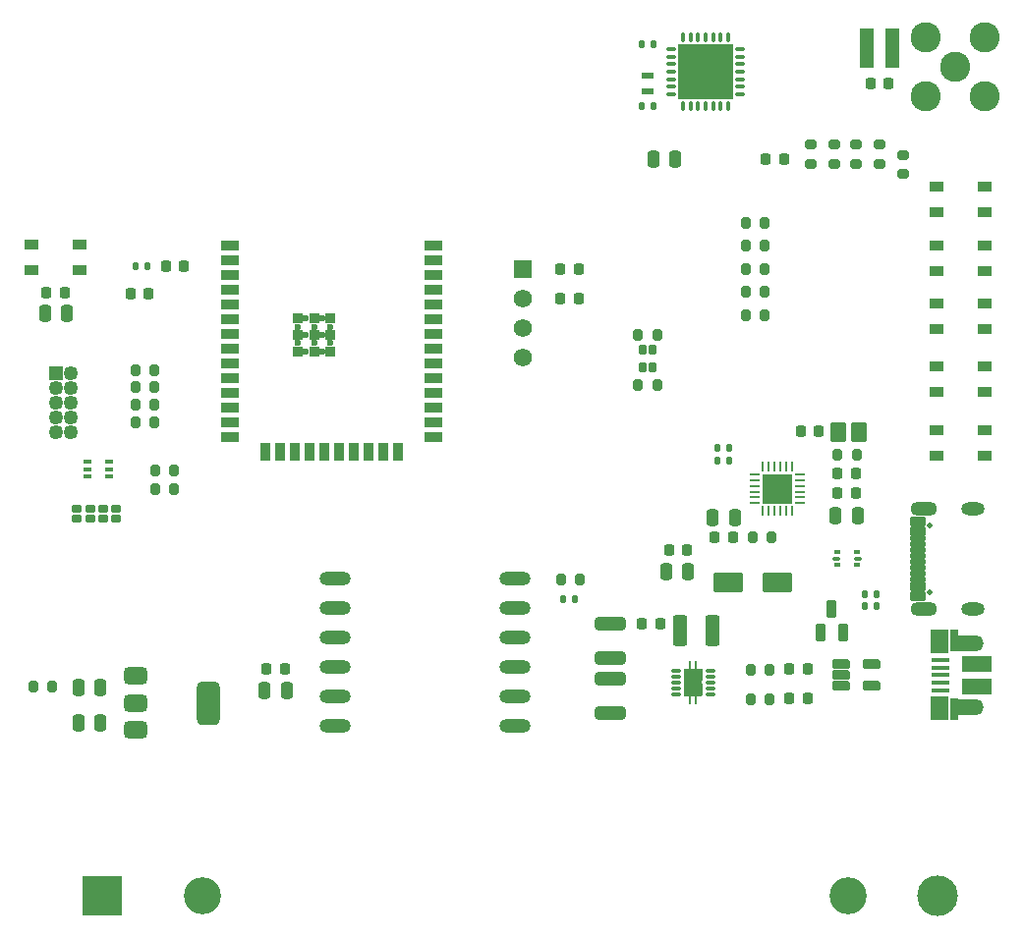
<source format=gbr>
%TF.GenerationSoftware,KiCad,Pcbnew,9.0.0*%
%TF.CreationDate,2025-05-14T10:48:30+09:00*%
%TF.ProjectId,mistance_PCB_host,6d697374-616e-4636-955f-5043425f686f,rev?*%
%TF.SameCoordinates,Original*%
%TF.FileFunction,Soldermask,Top*%
%TF.FilePolarity,Negative*%
%FSLAX46Y46*%
G04 Gerber Fmt 4.6, Leading zero omitted, Abs format (unit mm)*
G04 Created by KiCad (PCBNEW 9.0.0) date 2025-05-14 10:48:30*
%MOMM*%
%LPD*%
G01*
G04 APERTURE LIST*
G04 Aperture macros list*
%AMRoundRect*
0 Rectangle with rounded corners*
0 $1 Rounding radius*
0 $2 $3 $4 $5 $6 $7 $8 $9 X,Y pos of 4 corners*
0 Add a 4 corners polygon primitive as box body*
4,1,4,$2,$3,$4,$5,$6,$7,$8,$9,$2,$3,0*
0 Add four circle primitives for the rounded corners*
1,1,$1+$1,$2,$3*
1,1,$1+$1,$4,$5*
1,1,$1+$1,$6,$7*
1,1,$1+$1,$8,$9*
0 Add four rect primitives between the rounded corners*
20,1,$1+$1,$2,$3,$4,$5,0*
20,1,$1+$1,$4,$5,$6,$7,0*
20,1,$1+$1,$6,$7,$8,$9,0*
20,1,$1+$1,$8,$9,$2,$3,0*%
G04 Aperture macros list end*
%ADD10RoundRect,0.225000X-0.225000X-0.250000X0.225000X-0.250000X0.225000X0.250000X-0.225000X0.250000X0*%
%ADD11RoundRect,0.200000X0.275000X-0.200000X0.275000X0.200000X-0.275000X0.200000X-0.275000X-0.200000X0*%
%ADD12RoundRect,0.200000X0.200000X0.275000X-0.200000X0.275000X-0.200000X-0.275000X0.200000X-0.275000X0*%
%ADD13C,0.500000*%
%ADD14RoundRect,0.090000X0.570000X-0.300000X0.570000X0.300000X-0.570000X0.300000X-0.570000X-0.300000X0*%
%ADD15RoundRect,0.090000X0.570000X-0.150000X0.570000X0.150000X-0.570000X0.150000X-0.570000X-0.150000X0*%
%ADD16O,2.304000X1.254000*%
%ADD17O,2.004000X1.104000*%
%ADD18RoundRect,0.102000X-0.300000X0.245000X-0.300000X-0.245000X0.300000X-0.245000X0.300000X0.245000X0*%
%ADD19RoundRect,0.225000X0.225000X0.250000X-0.225000X0.250000X-0.225000X-0.250000X0.225000X-0.250000X0*%
%ADD20RoundRect,0.102000X-0.525000X-0.325000X0.525000X-0.325000X0.525000X0.325000X-0.525000X0.325000X0*%
%ADD21R,1.100000X0.600000*%
%ADD22RoundRect,0.135000X-0.135000X-0.185000X0.135000X-0.185000X0.135000X0.185000X-0.135000X0.185000X0*%
%ADD23RoundRect,0.250000X0.375000X1.075000X-0.375000X1.075000X-0.375000X-1.075000X0.375000X-1.075000X0*%
%ADD24RoundRect,0.102000X-0.500000X1.600000X-0.500000X-1.600000X0.500000X-1.600000X0.500000X1.600000X0*%
%ADD25C,2.604000*%
%ADD26RoundRect,0.250000X-1.075000X0.312500X-1.075000X-0.312500X1.075000X-0.312500X1.075000X0.312500X0*%
%ADD27RoundRect,0.100000X-0.225000X-0.100000X0.225000X-0.100000X0.225000X0.100000X-0.225000X0.100000X0*%
%ADD28RoundRect,0.102000X-0.245000X-0.300000X0.245000X-0.300000X0.245000X0.300000X-0.245000X0.300000X0*%
%ADD29RoundRect,0.102000X-0.525000X0.525000X-0.525000X-0.525000X0.525000X-0.525000X0.525000X0.525000X0*%
%ADD30C,1.254000*%
%ADD31RoundRect,0.100500X0.301500X-0.651500X0.301500X0.651500X-0.301500X0.651500X-0.301500X-0.651500X0*%
%ADD32RoundRect,0.200000X-0.200000X-0.275000X0.200000X-0.275000X0.200000X0.275000X-0.200000X0.275000X0*%
%ADD33RoundRect,0.250000X0.250000X0.475000X-0.250000X0.475000X-0.250000X-0.475000X0.250000X-0.475000X0*%
%ADD34RoundRect,0.140000X0.140000X0.170000X-0.140000X0.170000X-0.140000X-0.170000X0.140000X-0.170000X0*%
%ADD35RoundRect,0.102000X0.570000X0.735000X-0.570000X0.735000X-0.570000X-0.735000X0.570000X-0.735000X0*%
%ADD36R,0.280000X0.280000*%
%ADD37O,0.850000X0.280000*%
%ADD38C,0.600000*%
%ADD39R,0.680000X1.050000*%
%ADD40R,0.260000X0.500000*%
%ADD41R,0.280000X0.700000*%
%ADD42R,1.650000X2.400000*%
%ADD43C,3.200000*%
%ADD44R,3.500000X3.500000*%
%ADD45C,3.500000*%
%ADD46RoundRect,0.250000X-0.250000X-0.475000X0.250000X-0.475000X0.250000X0.475000X-0.250000X0.475000X0*%
%ADD47O,2.704000X1.204000*%
%ADD48R,1.650000X0.400000*%
%ADD49R,0.700000X1.825000*%
%ADD50R,1.500000X2.000000*%
%ADD51R,2.000000X1.350000*%
%ADD52O,1.700000X1.350000*%
%ADD53O,1.500000X1.100000*%
%ADD54R,2.500000X1.430000*%
%ADD55RoundRect,0.375000X-0.625000X-0.375000X0.625000X-0.375000X0.625000X0.375000X-0.625000X0.375000X0*%
%ADD56RoundRect,0.500000X-0.500000X-1.400000X0.500000X-1.400000X0.500000X1.400000X-0.500000X1.400000X0*%
%ADD57RoundRect,0.102000X-0.635000X-0.279400X0.635000X-0.279400X0.635000X0.279400X-0.635000X0.279400X0*%
%ADD58RoundRect,0.102000X0.685000X-0.685000X0.685000X0.685000X-0.685000X0.685000X-0.685000X-0.685000X0*%
%ADD59C,1.574000*%
%ADD60RoundRect,0.093750X0.156250X0.093750X-0.156250X0.093750X-0.156250X-0.093750X0.156250X-0.093750X0*%
%ADD61RoundRect,0.075000X0.250000X0.075000X-0.250000X0.075000X-0.250000X-0.075000X0.250000X-0.075000X0*%
%ADD62RoundRect,0.062500X-0.350000X-0.062500X0.350000X-0.062500X0.350000X0.062500X-0.350000X0.062500X0*%
%ADD63RoundRect,0.062500X-0.062500X-0.350000X0.062500X-0.350000X0.062500X0.350000X-0.062500X0.350000X0*%
%ADD64R,2.600000X2.600000*%
%ADD65R,1.500000X0.900000*%
%ADD66R,0.900000X1.500000*%
%ADD67R,0.900000X0.900000*%
%ADD68RoundRect,0.075000X-0.312500X-0.075000X0.312500X-0.075000X0.312500X0.075000X-0.312500X0.075000X0*%
%ADD69RoundRect,0.075000X-0.075000X-0.312500X0.075000X-0.312500X0.075000X0.312500X-0.075000X0.312500X0*%
%ADD70R,4.800000X4.800000*%
%ADD71RoundRect,0.102000X1.150000X0.775000X-1.150000X0.775000X-1.150000X-0.775000X1.150000X-0.775000X0*%
G04 APERTURE END LIST*
D10*
%TO.C,C32*%
X70525000Y-70550000D03*
X72075000Y-70550000D03*
%TD*%
D11*
%TO.C,R16*%
X93000000Y-31825000D03*
X93000000Y-30175000D03*
%TD*%
D12*
%TO.C,R28*%
X81075000Y-42000000D03*
X79425000Y-42000000D03*
%TD*%
D13*
%TO.C,UART1*%
X95320000Y-67890000D03*
X95320000Y-62110000D03*
D14*
X94250000Y-68200000D03*
X94250000Y-67400000D03*
D15*
X94250000Y-66250000D03*
X94250000Y-65250000D03*
X94250000Y-64750000D03*
X94250000Y-63750000D03*
D14*
X94250000Y-61800000D03*
X94250000Y-62600000D03*
D15*
X94250000Y-63250000D03*
X94250000Y-64250000D03*
X94250000Y-65750000D03*
X94250000Y-66750000D03*
D16*
X94820000Y-69320000D03*
X94820000Y-60680000D03*
D17*
X99000000Y-69320000D03*
X99000000Y-60680000D03*
%TD*%
D18*
%TO.C,C15*%
X21800000Y-60643000D03*
X21800000Y-61557000D03*
%TD*%
D19*
%TO.C,C20*%
X91775000Y-24000000D03*
X90225000Y-24000000D03*
%TD*%
D18*
%TO.C,C13*%
X24100000Y-60643000D03*
X24100000Y-61557000D03*
%TD*%
D20*
%TO.C,Up1*%
X95925000Y-53925000D03*
X100075000Y-53925000D03*
X95925000Y-56075000D03*
X100075000Y-56075000D03*
%TD*%
D21*
%TO.C,Y1*%
X71000000Y-24700000D03*
X71000000Y-23300000D03*
%TD*%
D10*
%TO.C,C37*%
X29485000Y-39760000D03*
X31035000Y-39760000D03*
%TD*%
D20*
%TO.C,S1*%
X17925000Y-37925000D03*
X22075000Y-37925000D03*
X17925000Y-40075000D03*
X22075000Y-40075000D03*
%TD*%
D11*
%TO.C,R19*%
X87050000Y-30955000D03*
X87050000Y-29305000D03*
%TD*%
D22*
%TO.C,R6*%
X76990000Y-55400000D03*
X78010000Y-55400000D03*
%TD*%
D10*
%TO.C,C19*%
X63475000Y-42550000D03*
X65025000Y-42550000D03*
%TD*%
D23*
%TO.C,L1*%
X76600000Y-71200000D03*
X73800000Y-71200000D03*
%TD*%
D10*
%TO.C,C27*%
X26450000Y-42100000D03*
X28000000Y-42100000D03*
%TD*%
D11*
%TO.C,R18*%
X85010000Y-30935000D03*
X85010000Y-29285000D03*
%TD*%
D19*
%TO.C,C4*%
X84775000Y-74490000D03*
X83225000Y-74490000D03*
%TD*%
D22*
%TO.C,R21*%
X89720000Y-69030000D03*
X90740000Y-69030000D03*
%TD*%
D24*
%TO.C,L4*%
X92100000Y-21000000D03*
X89900000Y-21000000D03*
%TD*%
D19*
%TO.C,C30*%
X78325000Y-63170000D03*
X76775000Y-63170000D03*
%TD*%
D25*
%TO.C,J5*%
X97460000Y-22540000D03*
X100000000Y-25080000D03*
X100000000Y-20000000D03*
X94920000Y-20000000D03*
X94920000Y-25080000D03*
%TD*%
D10*
%TO.C,C35*%
X19205000Y-42020000D03*
X20755000Y-42020000D03*
%TD*%
D26*
%TO.C,R1*%
X67800000Y-70587500D03*
X67800000Y-73512500D03*
%TD*%
D27*
%TO.C,Q2*%
X22700000Y-56600000D03*
X22700000Y-57250000D03*
X22700000Y-57900000D03*
X24600000Y-57900000D03*
X24600000Y-57250000D03*
X24600000Y-56600000D03*
%TD*%
D10*
%TO.C,C23*%
X81175000Y-30500000D03*
X82725000Y-30500000D03*
%TD*%
D28*
%TO.C,C17*%
X70543000Y-48500000D03*
X71457000Y-48500000D03*
%TD*%
D29*
%TO.C,J3*%
X20030000Y-49000000D03*
D30*
X21300000Y-49000000D03*
X20030000Y-50270000D03*
X21300000Y-50270000D03*
X20030000Y-51540000D03*
X21300000Y-51540000D03*
X20030000Y-52810000D03*
X21300000Y-52810000D03*
X20030000Y-54080000D03*
X21300000Y-54080000D03*
%TD*%
D31*
%TO.C,Q1*%
X85900000Y-71375000D03*
X87800000Y-71375000D03*
X86850000Y-69325000D03*
%TD*%
D22*
%TO.C,R7*%
X76990000Y-56500000D03*
X78010000Y-56500000D03*
%TD*%
D32*
%TO.C,R23*%
X28575000Y-57390000D03*
X30225000Y-57390000D03*
%TD*%
%TO.C,R3*%
X79860000Y-77070000D03*
X81510000Y-77070000D03*
%TD*%
D12*
%TO.C,R13*%
X28525000Y-48700000D03*
X26875000Y-48700000D03*
%TD*%
D33*
%TO.C,C12*%
X23850000Y-76100000D03*
X21950000Y-76100000D03*
%TD*%
D32*
%TO.C,R15*%
X70175000Y-50000000D03*
X71825000Y-50000000D03*
%TD*%
D34*
%TO.C,C22*%
X71480000Y-20600000D03*
X70520000Y-20600000D03*
%TD*%
D32*
%TO.C,R14*%
X70175000Y-45710000D03*
X71825000Y-45710000D03*
%TD*%
D35*
%TO.C,FL1*%
X89170000Y-54100000D03*
X87390000Y-54100000D03*
%TD*%
D12*
%TO.C,R25*%
X81075000Y-36000000D03*
X79425000Y-36000000D03*
%TD*%
D32*
%TO.C,F1*%
X87375000Y-56030000D03*
X89025000Y-56030000D03*
%TD*%
D20*
%TO.C,Ctrl1*%
X95870000Y-38000000D03*
X100020000Y-38000000D03*
X95870000Y-40150000D03*
X100020000Y-40150000D03*
%TD*%
D36*
%TO.C,U2*%
X73165000Y-74650000D03*
D37*
X73450000Y-74650000D03*
D36*
X73165000Y-75150000D03*
D37*
X73450000Y-75150000D03*
D36*
X73165000Y-75650000D03*
D37*
X73450000Y-75650000D03*
D36*
X73165000Y-76150000D03*
D37*
X73450000Y-76150000D03*
D36*
X73165000Y-76650000D03*
D37*
X73450000Y-76650000D03*
X76400000Y-76650000D03*
D36*
X76685000Y-76650000D03*
D37*
X76400000Y-76150000D03*
D36*
X76685000Y-76150000D03*
D37*
X76400000Y-75650000D03*
D36*
X76685000Y-75650000D03*
D37*
X76400000Y-75150000D03*
D36*
X76685000Y-75150000D03*
D37*
X76400000Y-74650000D03*
D36*
X76685000Y-74650000D03*
D38*
X74425000Y-74900000D03*
X74425000Y-76400000D03*
D39*
X74475000Y-75015000D03*
X74475000Y-76285000D03*
D40*
X74675000Y-74020000D03*
D41*
X74675000Y-74100000D03*
X74675000Y-77200000D03*
D40*
X74675000Y-77280000D03*
D38*
X74925000Y-75650000D03*
D42*
X74925000Y-75650000D03*
D40*
X75175000Y-74020000D03*
D41*
X75175000Y-74100000D03*
X75175000Y-77200000D03*
D40*
X75175000Y-77280000D03*
D39*
X75375000Y-75015000D03*
X75375000Y-76285000D03*
D38*
X75425000Y-74900000D03*
X75425000Y-76400000D03*
%TD*%
D32*
%TO.C,R31*%
X63535000Y-66750000D03*
X65185000Y-66750000D03*
%TD*%
D43*
%TO.C,BT1*%
X32645000Y-94000000D03*
X88255000Y-94000000D03*
D44*
X24000000Y-94000000D03*
D45*
X96000000Y-94000000D03*
%TD*%
D22*
%TO.C,R30*%
X26900000Y-39730000D03*
X27920000Y-39730000D03*
%TD*%
D11*
%TO.C,R17*%
X88980000Y-30955000D03*
X88980000Y-29305000D03*
%TD*%
D20*
%TO.C,Down1*%
X95925000Y-48425000D03*
X100075000Y-48425000D03*
X95925000Y-50575000D03*
X100075000Y-50575000D03*
%TD*%
D19*
%TO.C,C10*%
X85735000Y-53950000D03*
X84185000Y-53950000D03*
%TD*%
D46*
%TO.C,C6*%
X19060000Y-43840000D03*
X20960000Y-43840000D03*
%TD*%
D47*
%TO.C,U6*%
X44100000Y-66730000D03*
X44100000Y-69270000D03*
X44100000Y-71810000D03*
X44100000Y-74350000D03*
X44100000Y-76890000D03*
X44100000Y-79430000D03*
X59600000Y-79430000D03*
X59600000Y-76890000D03*
X59600000Y-74350000D03*
X59600000Y-71810000D03*
X59600000Y-69270000D03*
X59600000Y-66730000D03*
%TD*%
D18*
%TO.C,C14*%
X22950000Y-60643000D03*
X22950000Y-61557000D03*
%TD*%
D12*
%TO.C,R12*%
X28525000Y-50200000D03*
X26875000Y-50200000D03*
%TD*%
D26*
%TO.C,R2*%
X67800000Y-75337500D03*
X67800000Y-78262500D03*
%TD*%
D48*
%TO.C,Charger1*%
X96235000Y-76325000D03*
X96235000Y-75675000D03*
X96235000Y-75025000D03*
X96235000Y-74375000D03*
X96235000Y-73725000D03*
D49*
X97435000Y-77975000D03*
D50*
X96135000Y-77875000D03*
D51*
X98185000Y-77755000D03*
D52*
X99115000Y-77755000D03*
D53*
X96115000Y-77445000D03*
D54*
X99385000Y-75985000D03*
X99385000Y-74065000D03*
D53*
X96115000Y-72605000D03*
D52*
X99115000Y-72295000D03*
D51*
X98185000Y-72275000D03*
D50*
X96115000Y-72125000D03*
D49*
X97435000Y-72025000D03*
%TD*%
D12*
%TO.C,R29*%
X81075000Y-38000000D03*
X79425000Y-38000000D03*
%TD*%
%TO.C,R27*%
X81075000Y-44000000D03*
X79425000Y-44000000D03*
%TD*%
%TO.C,R22*%
X81675000Y-63150000D03*
X80025000Y-63150000D03*
%TD*%
D46*
%TO.C,C29*%
X87190000Y-61300000D03*
X89090000Y-61300000D03*
%TD*%
D55*
%TO.C,U4*%
X26850000Y-75100000D03*
X26850000Y-77400000D03*
D56*
X33150000Y-77400000D03*
D55*
X26850000Y-79700000D03*
%TD*%
D57*
%TO.C,U3*%
X87704600Y-74060200D03*
X87704600Y-75000000D03*
X87704600Y-75939800D03*
X90295400Y-75939800D03*
X90295400Y-74060200D03*
%TD*%
D32*
%TO.C,R24*%
X28545000Y-59000000D03*
X30195000Y-59000000D03*
%TD*%
D33*
%TO.C,C24*%
X73400000Y-30500000D03*
X71500000Y-30500000D03*
%TD*%
D58*
%TO.C,J4*%
X60200000Y-39977500D03*
D59*
X60200000Y-42517500D03*
X60200000Y-45057500D03*
X60200000Y-47597500D03*
%TD*%
D10*
%TO.C,C34*%
X72825000Y-64250000D03*
X74375000Y-64250000D03*
%TD*%
D11*
%TO.C,R20*%
X91000000Y-30955000D03*
X91000000Y-29305000D03*
%TD*%
D10*
%TO.C,C18*%
X63475000Y-40040000D03*
X65025000Y-40040000D03*
%TD*%
D60*
%TO.C,U8*%
X89030000Y-65510000D03*
D61*
X89105000Y-64972500D03*
D60*
X89030000Y-64435000D03*
X87330000Y-64435000D03*
D61*
X87255000Y-64972500D03*
D60*
X87330000Y-65510000D03*
%TD*%
D32*
%TO.C,R9*%
X18075000Y-76040000D03*
X19725000Y-76040000D03*
%TD*%
D19*
%TO.C,C28*%
X88905000Y-57660000D03*
X87355000Y-57660000D03*
%TD*%
D12*
%TO.C,R26*%
X81075000Y-40000000D03*
X79425000Y-40000000D03*
%TD*%
D34*
%TO.C,C21*%
X71480000Y-26000000D03*
X70520000Y-26000000D03*
%TD*%
D46*
%TO.C,C25*%
X38010000Y-76380000D03*
X39910000Y-76380000D03*
%TD*%
D32*
%TO.C,R4*%
X79860000Y-74570000D03*
X81510000Y-74570000D03*
%TD*%
D12*
%TO.C,R11*%
X28525000Y-51700000D03*
X26875000Y-51700000D03*
%TD*%
D62*
%TO.C,U5*%
X80225000Y-57700000D03*
X80225000Y-58200000D03*
X80225000Y-58700000D03*
X80225000Y-59200000D03*
X80225000Y-59700000D03*
X80225000Y-60200000D03*
D63*
X80912500Y-60887500D03*
X81412500Y-60887500D03*
X81912500Y-60887500D03*
X82412500Y-60887500D03*
X82912500Y-60887500D03*
X83412500Y-60887500D03*
D62*
X84100000Y-60200000D03*
X84100000Y-59700000D03*
X84100000Y-59200000D03*
X84100000Y-58700000D03*
X84100000Y-58200000D03*
X84100000Y-57700000D03*
D63*
X83412500Y-57012500D03*
X82912500Y-57012500D03*
X82412500Y-57012500D03*
X81912500Y-57012500D03*
X81412500Y-57012500D03*
X80912500Y-57012500D03*
D64*
X82162500Y-58950000D03*
%TD*%
D10*
%TO.C,C7*%
X38160000Y-74480000D03*
X39710000Y-74480000D03*
%TD*%
D65*
%TO.C,U1*%
X35000000Y-37970000D03*
X35000000Y-39240000D03*
X35000000Y-40510000D03*
X35000000Y-41780000D03*
X35000000Y-43050000D03*
X35000000Y-44320000D03*
X35000000Y-45590000D03*
X35000000Y-46860000D03*
X35000000Y-48130000D03*
X35000000Y-49400000D03*
X35000000Y-50670000D03*
X35000000Y-51940000D03*
X35000000Y-53210000D03*
X35000000Y-54480000D03*
D66*
X38035000Y-55730000D03*
X39305000Y-55730000D03*
X40575000Y-55730000D03*
X41845000Y-55730000D03*
X43115000Y-55730000D03*
X44385000Y-55730000D03*
X45655000Y-55730000D03*
X46925000Y-55730000D03*
X48195000Y-55730000D03*
X49465000Y-55730000D03*
D65*
X52500000Y-54480000D03*
X52500000Y-53210000D03*
X52500000Y-51940000D03*
X52500000Y-50670000D03*
X52500000Y-49400000D03*
X52500000Y-48130000D03*
X52500000Y-46860000D03*
X52500000Y-45590000D03*
X52500000Y-44320000D03*
X52500000Y-43050000D03*
X52500000Y-41780000D03*
X52500000Y-40510000D03*
X52500000Y-39240000D03*
X52500000Y-37970000D03*
D67*
X40850000Y-44290000D03*
D38*
X40850000Y-44990000D03*
D67*
X40850000Y-45690000D03*
D38*
X40850000Y-46390000D03*
D67*
X40850000Y-47090000D03*
D38*
X41550000Y-44290000D03*
X41550000Y-45690000D03*
X41550000Y-47090000D03*
D67*
X42250000Y-44290000D03*
D38*
X42250000Y-44990000D03*
D67*
X42250000Y-45690000D03*
D38*
X42250000Y-46390000D03*
D67*
X42250000Y-47090000D03*
D38*
X42950000Y-44290000D03*
X42950000Y-45690000D03*
X42950000Y-47090000D03*
D67*
X43650000Y-44290000D03*
D38*
X43650000Y-44990000D03*
D67*
X43650000Y-45690000D03*
D38*
X43650000Y-46390000D03*
D67*
X43650000Y-47090000D03*
%TD*%
D22*
%TO.C,R8*%
X89730000Y-68010000D03*
X90750000Y-68010000D03*
%TD*%
D68*
%TO.C,U7*%
X73012500Y-21050000D03*
X73012500Y-21700000D03*
X73012500Y-22350000D03*
X73012500Y-23000000D03*
X73012500Y-23650000D03*
X73012500Y-24300000D03*
X73012500Y-24950000D03*
D69*
X74050000Y-25987500D03*
X74700000Y-25987500D03*
X75350000Y-25987500D03*
X76000000Y-25987500D03*
X76650000Y-25987500D03*
X77300000Y-25987500D03*
X77950000Y-25987500D03*
D68*
X78987500Y-24950000D03*
X78987500Y-24300000D03*
X78987500Y-23650000D03*
X78987500Y-23000000D03*
X78987500Y-22350000D03*
X78987500Y-21700000D03*
X78987500Y-21050000D03*
D69*
X77950000Y-20012500D03*
X77300000Y-20012500D03*
X76650000Y-20012500D03*
X76000000Y-20012500D03*
X75350000Y-20012500D03*
X74700000Y-20012500D03*
X74050000Y-20012500D03*
D70*
X76000000Y-23000000D03*
%TD*%
D33*
%TO.C,C33*%
X74500000Y-66100000D03*
X72600000Y-66100000D03*
%TD*%
D18*
%TO.C,C8*%
X25200000Y-60643000D03*
X25200000Y-61557000D03*
%TD*%
D10*
%TO.C,C9*%
X87375000Y-59340000D03*
X88925000Y-59340000D03*
%TD*%
D71*
%TO.C,D1*%
X77900000Y-67000000D03*
X82200000Y-67000000D03*
%TD*%
D12*
%TO.C,R10*%
X28525000Y-53200000D03*
X26875000Y-53200000D03*
%TD*%
D28*
%TO.C,C16*%
X70543000Y-47000000D03*
X71457000Y-47000000D03*
%TD*%
D20*
%TO.C,Find_Host1*%
X95875000Y-32925000D03*
X100025000Y-32925000D03*
X95875000Y-35075000D03*
X100025000Y-35075000D03*
%TD*%
%TO.C,Enter&space1*%
X95870000Y-43000000D03*
X100020000Y-43000000D03*
X95870000Y-45150000D03*
X100020000Y-45150000D03*
%TD*%
D46*
%TO.C,C31*%
X76600000Y-61450000D03*
X78500000Y-61450000D03*
%TD*%
D33*
%TO.C,C11*%
X23850000Y-79110000D03*
X21950000Y-79110000D03*
%TD*%
D19*
%TO.C,C5*%
X84775000Y-77000000D03*
X83225000Y-77000000D03*
%TD*%
D22*
%TO.C,R5*%
X63740000Y-68500000D03*
X64760000Y-68500000D03*
%TD*%
M02*

</source>
